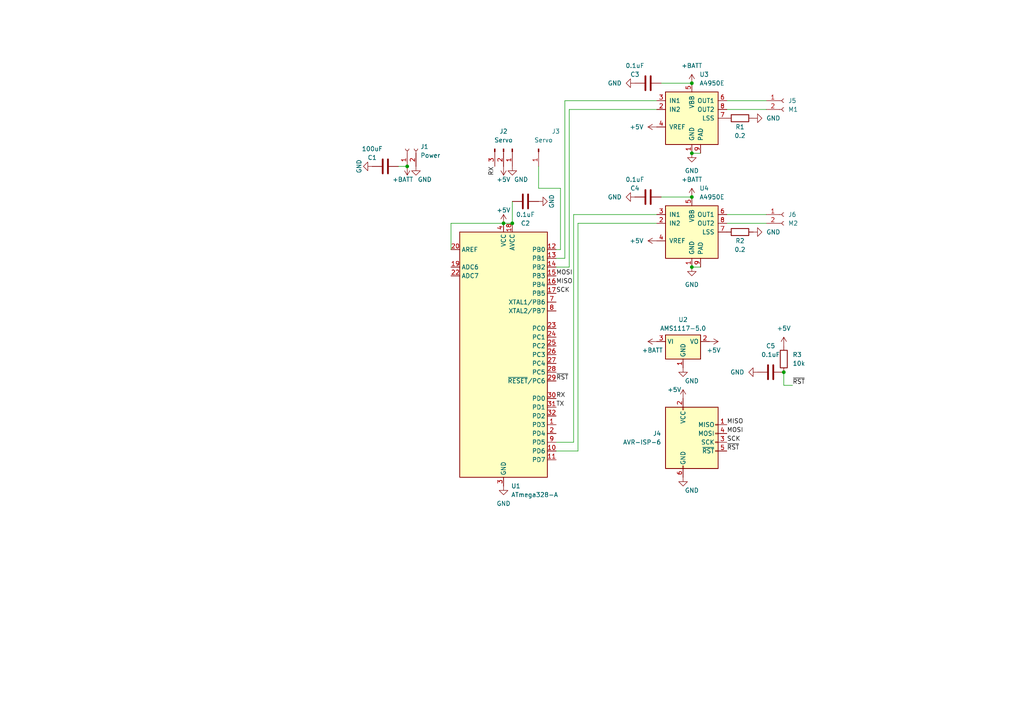
<source format=kicad_sch>
(kicad_sch (version 20231120) (generator "eeschema") (generator_version "8.0")
  (paper "A4")
  (lib_symbols
    (symbol "Connector:AVR-ISP-6" (pin_names (offset 1.016))
      (property "Reference" "J" (at -6.35 11.43 0))
      (property "Value" "AVR-ISP-6" (at 0 11.43 0))
      (symbol "AVR-ISP-6_0_1"
        (rectangle (start -2.667 -6.858) (end -2.413 -7.62))
        (rectangle (start -2.667 10.16) (end -2.413 9.398))
        (rectangle (start 7.62 -2.413) (end 6.858 -2.667))
        (rectangle (start 7.62 0.127) (end 6.858 -0.127))
        (rectangle (start 7.62 2.667) (end 6.858 2.413))
        (rectangle (start 7.62 5.207) (end 6.858 4.953))
        (rectangle (start 7.62 10.16) (end -7.62 -7.62) (stroke (width 0.254)) (fill (type background)))
      )
      (symbol "AVR-ISP-6_1_1"
        (pin passive line (at 10.16 5.08 180) (length 2.54) (name "MISO") (number "1"))
        (pin passive line (at -2.54 12.7 270) (length 2.54) (name "VCC") (number "2"))
        (pin passive line (at 10.16 0 180) (length 2.54) (name "SCK") (number "3"))
        (pin passive line (at 10.16 2.54 180) (length 2.54) (name "MOSI") (number "4"))
        (pin passive line (at 10.16 -2.54 180) (length 2.54) (name "~{RST}") (number "5"))
        (pin passive line (at -2.54 -10.16 90) (length 2.54) (name "GND") (number "6"))
      )
    )
    (symbol "Connector:Conn_01x01_Pin" (pin_names (offset 1.016) hide)
      (property "Reference" "J" (at 0 2.54 0))
      (property "Value" "Conn_01x01_Pin" (at 0 -2.54 0))
      (symbol "Conn_01x01_Pin_1_1"
        (polyline (pts (xy 1.27 0) (xy 0.8636 0)) (stroke (width 0.1524)))
        (rectangle (start 0.8636 0.127) (end 0 -0.127) (stroke (width 0.1524)) (fill (type outline)))
        (pin passive line (at 5.08 0 180) (length 3.81) (name "Pin_1") (number "1"))
      )
    )
    (symbol "Connector:Conn_01x02_Socket" (pin_names (offset 1.016) hide)
      (property "Reference" "J" (at 0 2.54 0))
      (property "Value" "Conn_01x02_Socket" (at 0 -5.08 0))
      (symbol "Conn_01x02_Socket_1_1"
        (arc (start 0 -2.032) (mid -0.5058 -2.54) (end 0 -3.048) (stroke (width 0.1524)))
        (polyline (pts (xy -1.27 -2.54) (xy -0.508 -2.54)) (stroke (width 0.1524)))
        (polyline (pts (xy -1.27 0) (xy -0.508 0)) (stroke (width 0.1524)))
        (arc (start 0 0.508) (mid -0.5058 0) (end 0 -0.508) (stroke (width 0.1524)))
        (pin passive line (at -5.08 0 0) (length 3.81) (name "Pin_1") (number "1"))
        (pin passive line (at -5.08 -2.54 0) (length 3.81) (name "Pin_2") (number "2"))
      )
    )
    (symbol "Connector:Conn_01x03_Pin" (pin_names (offset 1.016) hide)
      (property "Reference" "J" (at 0 5.08 0))
      (property "Value" "Conn_01x03_Pin" (at 0 -5.08 0))
      (symbol "Conn_01x03_Pin_1_1"
        (polyline (pts (xy 1.27 -2.54) (xy 0.8636 -2.54)) (stroke (width 0.1524)))
        (polyline (pts (xy 1.27 0) (xy 0.8636 0)) (stroke (width 0.1524)))
        (polyline (pts (xy 1.27 2.54) (xy 0.8636 2.54)) (stroke (width 0.1524)))
        (rectangle (start 0.8636 -2.413) (end 0 -2.667) (stroke (width 0.1524)) (fill (type outline)))
        (rectangle (start 0.8636 0.127) (end 0 -0.127) (stroke (width 0.1524)) (fill (type outline)))
        (rectangle (start 0.8636 2.667) (end 0 2.413) (stroke (width 0.1524)) (fill (type outline)))
        (pin passive line (at 5.08 2.54 180) (length 3.81) (name "Pin_1") (number "1"))
        (pin passive line (at 5.08 0 180) (length 3.81) (name "Pin_2") (number "2"))
        (pin passive line (at 5.08 -2.54 180) (length 3.81) (name "Pin_3") (number "3"))
      )
    )
    (symbol "Device:C" (pin_numbers hide) (pin_names (offset 0.254))
      (property "Reference" "C" (at 0.635 2.54 0))
      (property "Value" "C" (at 0.635 -2.54 0))
      (symbol "C_0_1"
        (polyline (pts (xy -2.032 -0.762) (xy 2.032 -0.762)) (stroke (width 0.508)))
        (polyline (pts (xy -2.032 0.762) (xy 2.032 0.762)) (stroke (width 0.508)))
      )
      (symbol "C_1_1"
        (pin passive line (at 0 3.81 270) (length 2.794) (name "~") (number "1"))
        (pin passive line (at 0 -3.81 90) (length 2.794) (name "~") (number "2"))
      )
    )
    (symbol "Device:R" (pin_numbers hide) (pin_names (offset 0))
      (property "Reference" "R" (at 2.032 0 90))
      (property "Value" "R" (at 0 0 90))
      (symbol "R_0_1"
        (rectangle (start -1.016 -2.54) (end 1.016 2.54) (stroke (width 0.254)))
      )
      (symbol "R_1_1"
        (pin passive line (at 0 3.81 270) (length 1.27) (name "~") (number "1"))
        (pin passive line (at 0 -3.81 90) (length 1.27) (name "~") (number "2"))
      )
    )
    (symbol "Driver_Motor:A4950E" (pin_names (offset 1.016))
      (property "Reference" "U" (at -7.62 8.89 0))
      (property "Value" "A4950E" (at 5.08 8.89 0))
      (symbol "A4950E_0_1"
        (rectangle (start -7.62 7.62) (end 7.62 -7.62) (stroke (width 0.254)) (fill (type background)))
      )
      (symbol "A4950E_1_1"
        (pin power_in line (at 0 -10.16 90) (length 2.54) (name "GND") (number "1"))
        (pin input line (at -10.16 2.54 0) (length 2.54) (name "IN2") (number "2"))
        (pin input line (at -10.16 5.08 0) (length 2.54) (name "IN1") (number "3"))
        (pin passive line (at -10.16 -2.54 0) (length 2.54) (name "VREF") (number "4"))
        (pin power_in line (at 0 10.16 270) (length 2.54) (name "VBB") (number "5"))
        (pin power_out line (at 10.16 5.08 180) (length 2.54) (name "OUT1") (number "6"))
        (pin power_in line (at 10.16 0 180) (length 2.54) (name "LSS") (number "7"))
        (pin power_out line (at 10.16 2.54 180) (length 2.54) (name "OUT2") (number "8"))
        (pin power_in line (at 2.54 -10.16 90) (length 2.54) (name "PAD") (number "9"))
      )
    )
    (symbol "MCU_Microchip_ATmega:ATmega328-A"
      (property "Reference" "U" (at -12.7 36.83 0))
      (property "Value" "ATmega328-A" (at 2.54 -36.83 0))
      (symbol "ATmega328-A_0_1"
        (rectangle (start -12.7 -35.56) (end 12.7 35.56) (stroke (width 0.254)) (fill (type background)))
      )
      (symbol "ATmega328-A_1_1"
        (pin bidirectional line (at 15.24 -20.32 180) (length 2.54) (name "PD3") (number "1"))
        (pin bidirectional line (at 15.24 -27.94 180) (length 2.54) (name "PD6") (number "10"))
        (pin bidirectional line (at 15.24 -30.48 180) (length 2.54) (name "PD7") (number "11"))
        (pin bidirectional line (at 15.24 30.48 180) (length 2.54) (name "PB0") (number "12"))
        (pin bidirectional line (at 15.24 27.94 180) (length 2.54) (name "PB1") (number "13"))
        (pin bidirectional line (at 15.24 25.4 180) (length 2.54) (name "PB2") (number "14"))
        (pin bidirectional line (at 15.24 22.86 180) (length 2.54) (name "PB3") (number "15"))
        (pin bidirectional line (at 15.24 20.32 180) (length 2.54) (name "PB4") (number "16"))
        (pin bidirectional line (at 15.24 17.78 180) (length 2.54) (name "PB5") (number "17"))
        (pin power_in line (at 2.54 38.1 270) (length 2.54) (name "AVCC") (number "18"))
        (pin input line (at -15.24 25.4 0) (length 2.54) (name "ADC6") (number "19"))
        (pin bidirectional line (at 15.24 -22.86 180) (length 2.54) (name "PD4") (number "2"))
        (pin passive line (at -15.24 30.48 0) (length 2.54) (name "AREF") (number "20"))
        (pin passive line (at 0 -38.1 90) (length 2.54) hide (name "GND") (number "21"))
        (pin input line (at -15.24 22.86 0) (length 2.54) (name "ADC7") (number "22"))
        (pin bidirectional line (at 15.24 7.62 180) (length 2.54) (name "PC0") (number "23"))
        (pin bidirectional line (at 15.24 5.08 180) (length 2.54) (name "PC1") (number "24"))
        (pin bidirectional line (at 15.24 2.54 180) (length 2.54) (name "PC2") (number "25"))
        (pin bidirectional line (at 15.24 0 180) (length 2.54) (name "PC3") (number "26"))
        (pin bidirectional line (at 15.24 -2.54 180) (length 2.54) (name "PC4") (number "27"))
        (pin bidirectional line (at 15.24 -5.08 180) (length 2.54) (name "PC5") (number "28"))
        (pin bidirectional line (at 15.24 -7.62 180) (length 2.54) (name "~{RESET}/PC6") (number "29"))
        (pin power_in line (at 0 -38.1 90) (length 2.54) (name "GND") (number "3"))
        (pin bidirectional line (at 15.24 -12.7 180) (length 2.54) (name "PD0") (number "30"))
        (pin bidirectional line (at 15.24 -15.24 180) (length 2.54) (name "PD1") (number "31"))
        (pin bidirectional line (at 15.24 -17.78 180) (length 2.54) (name "PD2") (number "32"))
        (pin power_in line (at 0 38.1 270) (length 2.54) (name "VCC") (number "4"))
        (pin passive line (at 0 -38.1 90) (length 2.54) hide (name "GND") (number "5"))
        (pin passive line (at 0 38.1 270) (length 2.54) hide (name "VCC") (number "6"))
        (pin bidirectional line (at 15.24 15.24 180) (length 2.54) (name "XTAL1/PB6") (number "7"))
        (pin bidirectional line (at 15.24 12.7 180) (length 2.54) (name "XTAL2/PB7") (number "8"))
        (pin bidirectional line (at 15.24 -25.4 180) (length 2.54) (name "PD5") (number "9"))
      )
    )
    (symbol "Regulator_Linear:AMS1117-5.0"
      (property "Reference" "U" (at -3.81 3.175 0))
      (property "Value" "AMS1117-5.0" (at 0 3.175 0))
      (symbol "AMS1117-5.0_0_1"
        (rectangle (start -5.08 -5.08) (end 5.08 1.905) (stroke (width 0.254)) (fill (type background)))
      )
      (symbol "AMS1117-5.0_1_1"
        (pin power_in line (at 0 -7.62 90) (length 2.54) (name "GND") (number "1"))
        (pin power_out line (at 7.62 0 180) (length 2.54) (name "VO") (number "2"))
        (pin power_in line (at -7.62 0 0) (length 2.54) (name "VI") (number "3"))
      )
    )
    (symbol "power:+5V" (power) (pin_names (offset 0))
      (property "Value" "+5V" (at 0 3.556 0))
      (symbol "+5V_0_1"
        (polyline (pts (xy -0.762 1.27) (xy 0 2.54)))
        (polyline (pts (xy 0 0) (xy 0 2.54)))
        (polyline (pts (xy 0 2.54) (xy 0.762 1.27)))
      )
      (symbol "+5V_1_1"
        (pin power_in line (at 0 0 90) (length 0) hide (name "+5V") (number "1"))
      )
    )
    (symbol "power:+BATT" (power) (pin_names (offset 0))
      (property "Value" "+BATT" (at 0 3.556 0))
      (symbol "+BATT_0_1"
        (polyline (pts (xy -0.762 1.27) (xy 0 2.54)))
        (polyline (pts (xy 0 0) (xy 0 2.54)))
        (polyline (pts (xy 0 2.54) (xy 0.762 1.27)))
      )
      (symbol "+BATT_1_1"
        (pin power_in line (at 0 0 90) (length 0) hide (name "+BATT") (number "1"))
      )
    )
    (symbol "power:GND" (power) (pin_names (offset 0))
      (property "Value" "GND" (at 0 -3.81 0))
      (symbol "GND_0_1"
        (polyline (pts (xy 0 0) (xy 0 -1.27) (xy 1.27 -1.27) (xy 0 -2.54) (xy -1.27 -1.27) (xy 0 -1.27)))
      )
      (symbol "GND_1_1"
        (pin power_in line (at 0 0 270) (length 0) hide (name "GND") (number "1"))
      )
    )
  )
  (junction (at 200.66 24.13))
  (junction (at 118.11 48.26))
  (junction (at 200.66 57.15))
  (junction (at 200.66 44.45))
  (junction (at 200.66 77.47))
  (junction (at 227.33 107.95))
  (junction (at 148.59 64.77))
  (junction (at 146.05 64.77))
  (wire (pts (xy 156.21 48.26) (xy 156.21 54.61)))
  (wire (pts (xy 210.82 64.77) (xy 222.25 64.77)))
  (wire (pts (xy 161.29 74.93) (xy 163.83 74.93)))
  (wire (pts (xy 165.1 31.75) (xy 165.1 77.47)))
  (wire (pts (xy 130.81 64.77) (xy 130.81 72.39)))
  (wire (pts (xy 115.57 48.26) (xy 118.11 48.26)))
  (wire (pts (xy 200.66 44.45) (xy 203.2 44.45)))
  (wire (pts (xy 229.87 111.76) (xy 227.33 111.76)))
  (wire (pts (xy 166.37 128.27) (xy 166.37 62.23)))
  (wire (pts (xy 161.29 128.27) (xy 166.37 128.27)))
  (wire (pts (xy 163.83 29.21) (xy 163.83 74.93)))
  (wire (pts (xy 162.56 54.61) (xy 156.21 54.61)))
  (wire (pts (xy 162.56 72.39) (xy 162.56 54.61)))
  (wire (pts (xy 191.77 57.15) (xy 200.66 57.15)))
  (wire (pts (xy 167.64 130.81) (xy 167.64 64.77)))
  (wire (pts (xy 146.05 64.77) (xy 148.59 64.77)))
  (wire (pts (xy 166.37 62.23) (xy 190.5 62.23)))
  (wire (pts (xy 210.82 29.21) (xy 222.25 29.21)))
  (wire (pts (xy 146.05 64.77) (xy 130.81 64.77)))
  (wire (pts (xy 161.29 130.81) (xy 167.64 130.81)))
  (wire (pts (xy 200.66 77.47) (xy 203.2 77.47)))
  (wire (pts (xy 163.83 29.21) (xy 190.5 29.21)))
  (wire (pts (xy 191.77 24.13) (xy 200.66 24.13)))
  (wire (pts (xy 210.82 31.75) (xy 222.25 31.75)))
  (wire (pts (xy 227.33 111.76) (xy 227.33 107.95)))
  (wire (pts (xy 167.64 64.77) (xy 190.5 64.77)))
  (wire (pts (xy 161.29 72.39) (xy 162.56 72.39)))
  (wire (pts (xy 210.82 62.23) (xy 222.25 62.23)))
  (wire (pts (xy 148.59 58.42) (xy 148.59 64.77)))
  (wire (pts (xy 161.29 77.47) (xy 165.1 77.47)))
  (wire (pts (xy 165.1 31.75) (xy 190.5 31.75)))
  (label "~{RST}" (at 229.87 111.76 0))
  (label "RX" (at 161.29 115.57 0))
  (label "MISO" (at 210.82 123.19 0))
  (label "RX" (at 143.51 48.26 270))
  (label "MOSI" (at 210.82 125.73 0))
  (label "~{RST}" (at 161.29 110.49 0))
  (label "SCK" (at 210.82 128.27 0))
  (label "MOSI" (at 161.29 80.01 0))
  (label "MISO" (at 161.29 82.55 0))
  (label "SCK" (at 161.29 85.09 0))
  (label "TX" (at 161.29 118.11 0))
  (label "~{RST}" (at 210.82 130.81 0))
  (symbol (lib_id "power:GND") (at 184.15 57.15 270) (unit 1)
    (property "Reference" "#PWR010" (effects (hide yes)))
    (property "Value" "GND" (at 180.34 57.15 90) (effects (justify right)))
  )
  (symbol (lib_id "power:+5V") (at 227.33 100.33 0) (unit 1)
    (property "Reference" "#PWR025" (effects (hide yes)))
    (property "Value" "+5V" (at 227.33 95.25 0))
  )
  (symbol (lib_id "power:GND") (at 198.12 106.68 0) (unit 1)
    (property "Reference" "#PWR014" (effects (hide yes)))
    (property "Value" "GND" (at 200.66 110.49 0))
  )
  (symbol (lib_id "Connector:Conn_01x02_Socket") (at 227.33 29.21 0) (unit 1)
    (property "Reference" "J5" (at 228.6 29.21 0) (effects (justify left)))
    (property "Value" "M1" (at 228.6 31.75 0) (effects (justify left)))
    (property "Footprint" "Connector_PinSocket_2.54mm:PinSocket_1x02_P2.54mm_Vertical" (effects (hide yes)))
  )
  (symbol (lib_id "Regulator_Linear:AMS1117-5.0") (at 198.12 99.06 0) (unit 1)
    (property "Reference" "U2" (at 198.12 92.71 0))
    (property "Value" "AMS1117-5.0" (at 198.12 95.25 0))
    (property "Footprint" "Package_TO_SOT_SMD:SOT-223-3_TabPin2" (effects (hide yes)))
    (property "Datasheet" "http://www.advanced-monolithic.com/pdf/ds1117.pdf" (effects (hide yes)))
  )
  (symbol (lib_id "Device:R") (at 214.63 67.31 270) (unit 1)
    (property "Reference" "R2" (at 214.63 69.85 90))
    (property "Value" "0.2" (at 214.63 72.39 90))
    (property "Footprint" "Resistor_SMD:R_0805_2012Metric" (effects (hide yes)))
  )
  (symbol (lib_id "power:+5V") (at 146.05 48.26 180) (unit 1)
    (property "Reference" "#PWR04" (effects (hide yes)))
    (property "Value" "+5V" (at 146.05 52.07 0))
  )
  (symbol (lib_id "power:+5V") (at 190.5 36.83 90) (unit 1)
    (property "Reference" "#PWR011" (effects (hide yes)))
    (property "Value" "+5V" (at 186.69 36.83 90) (effects (justify left)))
  )
  (symbol (lib_id "Driver_Motor:A4950E") (at 200.66 67.31 0) (unit 1)
    (property "Reference" "U4" (at 202.8541 54.61 0) (effects (justify left)))
    (property "Value" "A4950E" (at 202.8541 57.15 0) (effects (justify left)))
    (property "Footprint" "Package_SO:SOIC-8-1EP_3.9x4.9mm_P1.27mm_EP2.41x3.3mm" (effects (hide yes)))
    (property "Datasheet" "http://www.allegromicro.com/~/media/Files/Datasheets/A4950-Datasheet.ashx" (effects (hide yes)))
  )
  (symbol (lib_id "power:GND") (at 218.44 67.31 90) (unit 1)
    (property "Reference" "#PWR023" (effects (hide yes)))
    (property "Value" "GND" (at 222.25 67.31 90) (effects (justify right)))
  )
  (symbol (lib_id "power:GND") (at 198.12 138.43 0) (unit 1)
    (property "Reference" "#PWR016" (effects (hide yes)))
    (property "Value" "GND" (at 200.66 142.24 0))
  )
  (symbol (lib_id "MCU_Microchip_ATmega:ATmega328-A") (at 146.05 102.87 0) (unit 1)
    (property "Reference" "U1" (at 148.2441 140.97 0) (effects (justify left)))
    (property "Value" "ATmega328-A" (at 148.2441 143.51 0) (effects (justify left)))
    (property "Footprint" "Package_QFP:TQFP-32_7x7mm_P0.8mm" (effects (hide yes)))
    (property "Datasheet" "http://ww1.microchip.com/downloads/en/DeviceDoc/ATmega328_P%20AVR%20MCU%20with%20picoPower%20Technology%20Data%20Sheet%2040001984A.pdf" (effects (hide yes)))
  )
  (symbol (lib_id "power:GND") (at 146.05 140.97 0) (unit 1)
    (property "Reference" "#PWR06" (effects (hide yes)))
    (property "Value" "GND" (at 146.05 146.05 0))
  )
  (symbol (lib_id "Connector:Conn_01x03_Pin") (at 146.05 43.18 270) (unit 1)
    (property "Reference" "J2" (at 146.05 38.1 90))
    (property "Value" "Servo" (at 146.05 40.64 90))
    (property "Footprint" "Connector_PinHeader_2.54mm:PinHeader_1x03_P2.54mm_Vertical" (effects (hide yes)))
  )
  (symbol (lib_id "power:GND") (at 218.44 34.29 90) (unit 1)
    (property "Reference" "#PWR022" (effects (hide yes)))
    (property "Value" "GND" (at 222.25 34.29 90) (effects (justify right)))
  )
  (symbol (lib_id "power:GND") (at 219.71 107.95 270) (unit 1)
    (property "Reference" "#PWR024" (effects (hide yes)))
    (property "Value" "GND" (at 215.9 107.95 90) (effects (justify right)))
  )
  (symbol (lib_id "Device:C") (at 187.96 24.13 270) (unit 1)
    (property "Reference" "C3" (at 184.15 21.59 90))
    (property "Value" "0.1uF" (at 184.15 19.05 90))
    (property "Footprint" "Capacitor_SMD:C_0805_2012Metric" (effects (hide yes)))
  )
  (symbol (lib_id "power:GND") (at 200.66 77.47 0) (unit 1)
    (property "Reference" "#PWR020" (effects (hide yes)))
    (property "Value" "GND" (at 200.66 82.55 0))
  )
  (symbol (lib_id "Connector:Conn_01x01_Pin") (at 156.21 43.18 270) (unit 1)
    (property "Reference" "J3" (at 160.02 38.1 90) (effects (justify left)))
    (property "Value" "Servo" (at 154.94 40.64 90) (effects (justify left)))
    (property "Footprint" "Connector_PinHeader_2.54mm:PinHeader_1x01_P2.54mm_Vertical" (effects (hide yes)))
  )
  (symbol (lib_id "power:GND") (at 107.95 48.26 270) (unit 1)
    (property "Reference" "#PWR01" (effects (hide yes)))
    (property "Value" "GND" (at 104.14 48.26 0))
  )
  (symbol (lib_id "power:+5V") (at 146.05 64.77 0) (unit 1)
    (property "Reference" "#PWR05" (effects (hide yes)))
    (property "Value" "+5V" (at 146.05 60.96 0))
  )
  (symbol (lib_id "Driver_Motor:A4950E") (at 200.66 34.29 0) (unit 1)
    (property "Reference" "U3" (at 202.8541 21.59 0) (effects (justify left)))
    (property "Value" "A4950E" (at 202.8541 24.13 0) (effects (justify left)))
    (property "Footprint" "Package_SO:SOIC-8-1EP_3.9x4.9mm_P1.27mm_EP2.41x3.3mm" (effects (hide yes)))
    (property "Datasheet" "http://www.allegromicro.com/~/media/Files/Datasheets/A4950-Datasheet.ashx" (effects (hide yes)))
  )
  (symbol (lib_id "power:+5V") (at 190.5 69.85 90) (unit 1)
    (property "Reference" "#PWR012" (effects (hide yes)))
    (property "Value" "+5V" (at 186.69 69.85 90) (effects (justify left)))
  )
  (symbol (lib_id "Device:R") (at 227.33 104.14 0) (unit 1)
    (property "Reference" "R3" (at 229.87 102.87 0) (effects (justify left)))
    (property "Value" "10k" (at 229.87 105.41 0) (effects (justify left)))
    (property "Footprint" "Resistor_SMD:R_0805_2012Metric" (effects (hide yes)))
  )
  (symbol (lib_id "power:GND") (at 120.65 48.26 0) (unit 1)
    (property "Reference" "#PWR03" (effects (hide yes)))
    (property "Value" "GND" (at 123.19 52.07 0))
  )
  (symbol (lib_id "power:+BATT") (at 118.11 48.26 180) (unit 1)
    (property "Reference" "#PWR02" (effects (hide yes)))
    (property "Value" "+BATT" (at 116.84 52.07 0))
  )
  (symbol (lib_id "Device:R") (at 214.63 34.29 270) (unit 1)
    (property "Reference" "R1" (at 214.63 36.83 90))
    (property "Value" "0.2" (at 214.63 39.37 90))
    (property "Footprint" "Resistor_SMD:R_0805_2012Metric" (effects (hide yes)))
  )
  (symbol (lib_id "Connector:Conn_01x02_Socket") (at 227.33 62.23 0) (unit 1)
    (property "Reference" "J6" (at 228.6 62.23 0) (effects (justify left)))
    (property "Value" "M2" (at 228.6 64.77 0) (effects (justify left)))
    (property "Footprint" "Connector_PinSocket_2.54mm:PinSocket_1x02_P2.54mm_Vertical" (effects (hide yes)))
  )
  (symbol (lib_id "power:+5V") (at 205.74 99.06 270) (unit 1)
    (property "Reference" "#PWR021" (effects (hide yes)))
    (property "Value" "+5V" (at 207.01 101.6 90))
  )
  (symbol (lib_id "Device:C") (at 152.4 58.42 270) (unit 1)
    (property "Reference" "C2" (at 152.4 64.77 90))
    (property "Value" "0.1uF" (at 152.4 62.23 90))
    (property "Footprint" "Capacitor_SMD:C_0805_2012Metric" (effects (hide yes)))
  )
  (symbol (lib_id "power:GND") (at 148.59 48.26 0) (unit 1)
    (property "Reference" "#PWR07" (effects (hide yes)))
    (property "Value" "GND" (at 151.13 52.07 0))
  )
  (symbol (lib_id "Device:C") (at 111.76 48.26 270) (unit 1)
    (property "Reference" "C1" (at 107.95 45.72 90))
    (property "Value" "100uF" (at 107.95 43.18 90))
    (property "Footprint" "Capacitor_SMD:C_1206_3216Metric" (effects (hide yes)))
  )
  (symbol (lib_id "power:+BATT") (at 200.66 24.13 0) (unit 1)
    (property "Reference" "#PWR017" (effects (hide yes)))
    (property "Value" "+BATT" (at 200.66 19.05 0))
  )
  (symbol (lib_id "power:GND") (at 200.66 44.45 0) (unit 1)
    (property "Reference" "#PWR018" (effects (hide yes)))
    (property "Value" "GND" (at 200.66 49.53 0))
  )
  (symbol (lib_id "Device:C") (at 187.96 57.15 270) (unit 1)
    (property "Reference" "C4" (at 184.15 54.61 90))
    (property "Value" "0.1uF" (at 184.15 52.07 90))
    (property "Footprint" "Capacitor_SMD:C_0805_2012Metric" (effects (hide yes)))
  )
  (symbol (lib_id "power:+BATT") (at 200.66 57.15 0) (unit 1)
    (property "Reference" "#PWR019" (effects (hide yes)))
    (property "Value" "+BATT" (at 200.66 52.07 0))
  )
  (symbol (lib_id "Connector:Conn_01x02_Socket") (at 118.11 43.18 90) (unit 1)
    (property "Reference" "J1" (at 121.92 42.545 90) (effects (justify right)))
    (property "Value" "Power" (at 121.92 45.085 90) (effects (justify right)))
    (property "Footprint" "Connector_PinSocket_2.54mm:PinSocket_1x02_P2.54mm_Vertical" (effects (hide yes)))
  )
  (symbol (lib_id "Device:C") (at 223.52 107.95 90) (unit 1)
    (property "Reference" "C5" (at 223.52 100.33 90))
    (property "Value" "0.1uF" (at 223.52 102.87 90))
    (property "Footprint" "Capacitor_SMD:C_0805_2012Metric" (effects (hide yes)))
  )
  (symbol (lib_id "Connector:AVR-ISP-6") (at 200.66 128.27 0) (unit 1)
    (property "Reference" "J4" (at 191.77 125.73 0) (effects (justify right)))
    (property "Value" "AVR-ISP-6" (at 191.77 128.27 0) (effects (justify right)))
    (property "Footprint" "Connector_PinHeader_2.54mm:PinHeader_2x03_P2.54mm_Vertical" (effects (hide yes)))
    (property "Datasheet" " ~" (effects (hide yes)))
  )
  (symbol (lib_id "power:GND") (at 184.15 24.13 270) (unit 1)
    (property "Reference" "#PWR09" (effects (hide yes)))
    (property "Value" "GND" (at 180.34 24.13 90) (effects (justify right)))
  )
  (symbol (lib_id "power:+BATT") (at 190.5 99.06 90) (unit 1)
    (property "Reference" "#PWR013" (effects (hide yes)))
    (property "Value" "+BATT" (at 189.23 101.6 90))
  )
  (symbol (lib_id "power:+5V") (at 198.12 115.57 0) (unit 1)
    (property "Reference" "#PWR015" (effects (hide yes)))
    (property "Value" "+5V" (at 195.58 113.03 0))
  )
  (symbol (lib_id "power:GND") (at 156.21 58.42 90) (unit 1)
    (property "Reference" "#PWR08" (effects (hide yes)))
    (property "Value" "GND" (at 160.02 58.42 0))
  )
)
</source>
